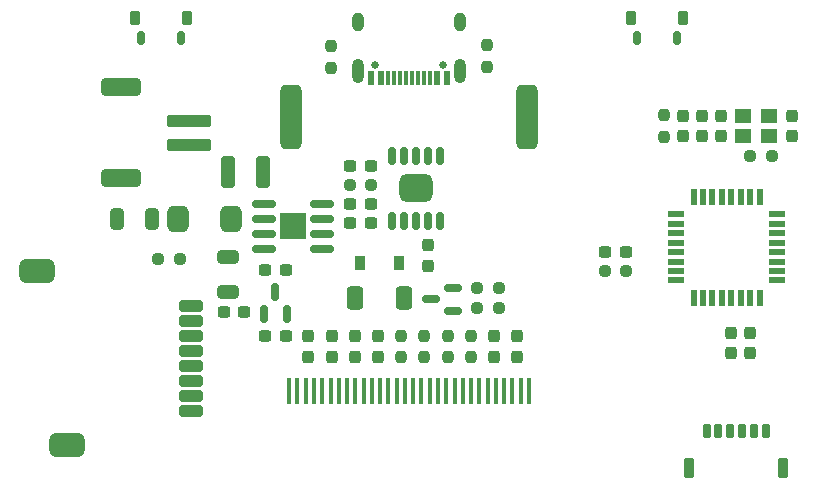
<source format=gbr>
%TF.GenerationSoftware,KiCad,Pcbnew,(6.0.5)*%
%TF.CreationDate,2023-01-30T15:53:00+08:00*%
%TF.ProjectId,Mini_Remoter,4d696e69-5f52-4656-9d6f-7465722e6b69,rev?*%
%TF.SameCoordinates,Original*%
%TF.FileFunction,Soldermask,Bot*%
%TF.FilePolarity,Negative*%
%FSLAX46Y46*%
G04 Gerber Fmt 4.6, Leading zero omitted, Abs format (unit mm)*
G04 Created by KiCad (PCBNEW (6.0.5)) date 2023-01-30 15:53:00*
%MOMM*%
%LPD*%
G01*
G04 APERTURE LIST*
G04 Aperture macros list*
%AMRoundRect*
0 Rectangle with rounded corners*
0 $1 Rounding radius*
0 $2 $3 $4 $5 $6 $7 $8 $9 X,Y pos of 4 corners*
0 Add a 4 corners polygon primitive as box body*
4,1,4,$2,$3,$4,$5,$6,$7,$8,$9,$2,$3,0*
0 Add four circle primitives for the rounded corners*
1,1,$1+$1,$2,$3*
1,1,$1+$1,$4,$5*
1,1,$1+$1,$6,$7*
1,1,$1+$1,$8,$9*
0 Add four rect primitives between the rounded corners*
20,1,$1+$1,$2,$3,$4,$5,0*
20,1,$1+$1,$4,$5,$6,$7,0*
20,1,$1+$1,$6,$7,$8,$9,0*
20,1,$1+$1,$8,$9,$2,$3,0*%
G04 Aperture macros list end*
%ADD10R,0.500000X1.400000*%
%ADD11R,1.400000X0.500000*%
%ADD12RoundRect,0.250000X0.325000X1.100000X-0.325000X1.100000X-0.325000X-1.100000X0.325000X-1.100000X0*%
%ADD13R,1.400000X1.200000*%
%ADD14C,0.650000*%
%ADD15O,1.000000X2.100000*%
%ADD16O,1.000000X1.600000*%
%ADD17R,0.600000X1.150000*%
%ADD18R,0.300000X1.150000*%
%ADD19RoundRect,0.600000X-0.800000X0.600000X-0.800000X-0.600000X0.800000X-0.600000X0.800000X0.600000X0*%
%ADD20RoundRect,0.150000X-0.150000X0.600000X-0.150000X-0.600000X0.150000X-0.600000X0.150000X0.600000X0*%
%ADD21RoundRect,0.500000X-1.000000X0.500000X-1.000000X-0.500000X1.000000X-0.500000X1.000000X0.500000X0*%
%ADD22RoundRect,0.250000X-0.750000X0.250000X-0.750000X-0.250000X0.750000X-0.250000X0.750000X0.250000X0*%
%ADD23R,2.300000X2.300000*%
%ADD24RoundRect,0.150000X0.825000X0.150000X-0.825000X0.150000X-0.825000X-0.150000X0.825000X-0.150000X0*%
%ADD25RoundRect,0.087500X-0.087500X-1.012500X0.087500X-1.012500X0.087500X1.012500X-0.087500X1.012500X0*%
%ADD26RoundRect,0.150000X0.150000X-0.587500X0.150000X0.587500X-0.150000X0.587500X-0.150000X-0.587500X0*%
%ADD27RoundRect,0.450000X-0.450000X-2.300000X0.450000X-2.300000X0.450000X2.300000X-0.450000X2.300000X0*%
%ADD28RoundRect,0.150000X0.150000X0.450000X-0.150000X0.450000X-0.150000X-0.450000X0.150000X-0.450000X0*%
%ADD29RoundRect,0.200000X0.200000X0.425000X-0.200000X0.425000X-0.200000X-0.425000X0.200000X-0.425000X0*%
%ADD30RoundRect,0.237500X0.250000X0.237500X-0.250000X0.237500X-0.250000X-0.237500X0.250000X-0.237500X0*%
%ADD31RoundRect,0.237500X-0.250000X-0.237500X0.250000X-0.237500X0.250000X0.237500X-0.250000X0.237500X0*%
%ADD32RoundRect,0.237500X0.237500X-0.250000X0.237500X0.250000X-0.237500X0.250000X-0.237500X-0.250000X0*%
%ADD33RoundRect,0.237500X-0.237500X0.250000X-0.237500X-0.250000X0.237500X-0.250000X0.237500X0.250000X0*%
%ADD34RoundRect,0.150000X0.587500X0.150000X-0.587500X0.150000X-0.587500X-0.150000X0.587500X-0.150000X0*%
%ADD35RoundRect,0.450000X0.450000X0.650000X-0.450000X0.650000X-0.450000X-0.650000X0.450000X-0.650000X0*%
%ADD36RoundRect,0.150000X0.150000X0.475000X-0.150000X0.475000X-0.150000X-0.475000X0.150000X-0.475000X0*%
%ADD37RoundRect,0.225000X0.225000X0.625000X-0.225000X0.625000X-0.225000X-0.625000X0.225000X-0.625000X0*%
%ADD38RoundRect,0.250000X-1.650000X0.250000X-1.650000X-0.250000X1.650000X-0.250000X1.650000X0.250000X0*%
%ADD39RoundRect,0.375000X-1.325000X0.375000X-1.325000X-0.375000X1.325000X-0.375000X1.325000X0.375000X0*%
%ADD40R,0.900000X1.200000*%
%ADD41RoundRect,0.237500X0.237500X-0.300000X0.237500X0.300000X-0.237500X0.300000X-0.237500X-0.300000X0*%
%ADD42RoundRect,0.237500X-0.300000X-0.237500X0.300000X-0.237500X0.300000X0.237500X-0.300000X0.237500X0*%
%ADD43RoundRect,0.237500X-0.237500X0.300000X-0.237500X-0.300000X0.237500X-0.300000X0.237500X0.300000X0*%
%ADD44RoundRect,0.250000X0.325000X0.650000X-0.325000X0.650000X-0.325000X-0.650000X0.325000X-0.650000X0*%
%ADD45RoundRect,0.250000X-0.650000X0.325000X-0.650000X-0.325000X0.650000X-0.325000X0.650000X0.325000X0*%
%ADD46RoundRect,0.237500X0.300000X0.237500X-0.300000X0.237500X-0.300000X-0.237500X0.300000X-0.237500X0*%
%ADD47RoundRect,0.350000X-0.350000X-0.650000X0.350000X-0.650000X0.350000X0.650000X-0.350000X0.650000X0*%
G04 APERTURE END LIST*
D10*
%TO.C,U5*%
X124300000Y-97900000D03*
X125100000Y-97900000D03*
X125900000Y-97900000D03*
X126700000Y-97900000D03*
X127500000Y-97900000D03*
X128300000Y-97900000D03*
X129100000Y-97900000D03*
X129900000Y-97900000D03*
D11*
X131400000Y-99400000D03*
X131400000Y-100200000D03*
X131400000Y-101000000D03*
X131400000Y-101800000D03*
X131400000Y-102600000D03*
X131400000Y-103400000D03*
X131400000Y-104200000D03*
X131400000Y-105000000D03*
D10*
X129900000Y-106500000D03*
X129100000Y-106500000D03*
X128300000Y-106500000D03*
X127500000Y-106500000D03*
X126700000Y-106500000D03*
X125900000Y-106500000D03*
X125100000Y-106500000D03*
X124300000Y-106500000D03*
D11*
X122800000Y-105000000D03*
X122800000Y-104200000D03*
X122800000Y-103400000D03*
X122800000Y-102600000D03*
X122800000Y-101800000D03*
X122800000Y-101000000D03*
X122800000Y-100200000D03*
X122800000Y-99400000D03*
%TD*%
D12*
%TO.C,C14*%
X84925000Y-95800000D03*
X87875000Y-95800000D03*
%TD*%
D13*
%TO.C,Y1*%
X130700000Y-91050000D03*
X128500000Y-91050000D03*
X128500000Y-92750000D03*
X130700000Y-92750000D03*
%TD*%
D14*
%TO.C,USB1*%
X103090000Y-86795000D03*
X97310000Y-86795000D03*
D15*
X95880000Y-87295000D03*
D16*
X95880000Y-83115000D03*
D15*
X104520000Y-87295000D03*
D16*
X104520000Y-83115000D03*
D17*
X97000000Y-87860000D03*
X97800000Y-87860000D03*
D18*
X98950000Y-87860000D03*
X99950000Y-87860000D03*
X100450000Y-87860000D03*
X98450000Y-87860000D03*
D17*
X103400000Y-87860000D03*
X102600000Y-87860000D03*
D18*
X101950000Y-87860000D03*
X100950000Y-87860000D03*
X99450000Y-87860000D03*
X101450000Y-87860000D03*
%TD*%
D19*
%TO.C,U6*%
X100800000Y-97200000D03*
D20*
X98800000Y-99950000D03*
X99800000Y-99950000D03*
X100800000Y-99950000D03*
X101800000Y-99950000D03*
X102800000Y-99950000D03*
X102800000Y-94450000D03*
X101800000Y-94450000D03*
X100800000Y-94450000D03*
X99800000Y-94450000D03*
X98800000Y-94450000D03*
%TD*%
D21*
%TO.C,U4*%
X68728000Y-104234000D03*
X71228000Y-118966000D03*
D22*
X81728000Y-116045000D03*
X81728000Y-114775000D03*
X81728000Y-113505000D03*
X81728000Y-112235000D03*
X81728000Y-110965000D03*
X81728000Y-109695000D03*
X81728000Y-108425000D03*
X81728000Y-107155000D03*
%TD*%
D23*
%TO.C,U3*%
X90400000Y-100400000D03*
D24*
X87925000Y-98495000D03*
X87925000Y-99765000D03*
X87925000Y-101035000D03*
X87925000Y-102305000D03*
X92875000Y-102305000D03*
X92875000Y-101035000D03*
X92875000Y-99765000D03*
X92875000Y-98495000D03*
%TD*%
D25*
%TO.C,U2*%
X90065000Y-114385000D03*
X90765000Y-114385000D03*
X91465000Y-114385000D03*
X92165000Y-114385000D03*
X92865000Y-114385000D03*
X93565000Y-114385000D03*
X94265000Y-114385000D03*
X94965000Y-114385000D03*
X95665000Y-114385000D03*
X96365000Y-114385000D03*
X97065000Y-114385000D03*
X97765000Y-114385000D03*
X98465000Y-114385000D03*
X99165000Y-114385000D03*
X99865000Y-114385000D03*
X100565000Y-114385000D03*
X101265000Y-114385000D03*
X101965000Y-114385000D03*
X102665000Y-114385000D03*
X103365000Y-114385000D03*
X104065000Y-114385000D03*
X104765000Y-114385000D03*
X105465000Y-114385000D03*
X106165000Y-114385000D03*
X106865000Y-114385000D03*
X107565000Y-114385000D03*
X108265000Y-114385000D03*
X108965000Y-114385000D03*
X109665000Y-114385000D03*
X110365000Y-114385000D03*
%TD*%
D26*
%TO.C,U1*%
X89850000Y-107837500D03*
X87950000Y-107837500D03*
X88900000Y-105962500D03*
%TD*%
D27*
%TO.C,SW5*%
X110215000Y-91185000D03*
X90215000Y-91185000D03*
%TD*%
D28*
%TO.C,SW2*%
X122915000Y-84485000D03*
X119515000Y-84485000D03*
D29*
X123415000Y-82810000D03*
X119015000Y-82810000D03*
%TD*%
D28*
%TO.C,SW1*%
X80915000Y-84485000D03*
X77515000Y-84485000D03*
D29*
X81415000Y-82810000D03*
X77015000Y-82810000D03*
%TD*%
D30*
%TO.C,R14*%
X116787500Y-104200000D03*
X118612500Y-104200000D03*
%TD*%
D31*
%TO.C,R13*%
X130925000Y-94500000D03*
X129100000Y-94500000D03*
%TD*%
D32*
%TO.C,R12*%
X106800000Y-86912500D03*
X106800000Y-85087500D03*
%TD*%
D33*
%TO.C,R11*%
X93600000Y-85187500D03*
X93600000Y-87012500D03*
%TD*%
D30*
%TO.C,R10*%
X107812500Y-107300000D03*
X105987500Y-107300000D03*
%TD*%
%TO.C,R9*%
X107812500Y-105600000D03*
X105987500Y-105600000D03*
%TD*%
D32*
%TO.C,R7*%
X121800000Y-90987500D03*
X121800000Y-92812500D03*
%TD*%
D31*
%TO.C,R6*%
X80812500Y-103200000D03*
X78987500Y-103200000D03*
%TD*%
D33*
%TO.C,R5*%
X101510555Y-109680500D03*
X101510555Y-111505500D03*
%TD*%
%TO.C,R4*%
X103472666Y-109680500D03*
X103472666Y-111505500D03*
%TD*%
%TO.C,R3*%
X105434777Y-109680500D03*
X105434777Y-111505500D03*
%TD*%
D30*
%TO.C,R2*%
X95187500Y-96900000D03*
X97012500Y-96900000D03*
%TD*%
D33*
%TO.C,R1*%
X99548444Y-109680500D03*
X99548444Y-111505500D03*
%TD*%
D34*
%TO.C,Q1*%
X103937500Y-105650000D03*
X103937500Y-107550000D03*
X102062500Y-106600000D03*
%TD*%
D35*
%TO.C,L1*%
X80650000Y-99800000D03*
X85150000Y-99800000D03*
%TD*%
D36*
%TO.C,J4*%
X130400000Y-117775000D03*
X129400000Y-117775000D03*
X128400000Y-117775000D03*
X127400000Y-117775000D03*
X126400000Y-117775000D03*
X125400000Y-117775000D03*
D37*
X123950000Y-120900000D03*
X131850000Y-120900000D03*
%TD*%
D38*
%TO.C,J1*%
X81550000Y-93500000D03*
X81550000Y-91500000D03*
D39*
X75850000Y-96350000D03*
X75850000Y-88650000D03*
%TD*%
D40*
%TO.C,D7*%
X96050000Y-103500000D03*
X99350000Y-103500000D03*
%TD*%
D41*
%TO.C,C26*%
X125000000Y-91037500D03*
X125000000Y-92762500D03*
%TD*%
%TO.C,C25*%
X132600000Y-91037500D03*
X132600000Y-92762500D03*
%TD*%
%TO.C,C24*%
X126600000Y-91037500D03*
X126600000Y-92762500D03*
%TD*%
%TO.C,C23*%
X123400000Y-91037500D03*
X123400000Y-92762500D03*
%TD*%
D42*
%TO.C,C22*%
X96962500Y-100100000D03*
X95237500Y-100100000D03*
%TD*%
D41*
%TO.C,C21*%
X101800000Y-102037500D03*
X101800000Y-103762500D03*
%TD*%
D43*
%TO.C,C20*%
X129100000Y-111162500D03*
X129100000Y-109437500D03*
%TD*%
D42*
%TO.C,C19*%
X118562500Y-102600000D03*
X116837500Y-102600000D03*
%TD*%
D41*
%TO.C,C18*%
X127500000Y-109437500D03*
X127500000Y-111162500D03*
%TD*%
D44*
%TO.C,C13*%
X75525000Y-99800000D03*
X78475000Y-99800000D03*
%TD*%
D43*
%TO.C,C12*%
X95624222Y-109730500D03*
X95624222Y-111455500D03*
%TD*%
D45*
%TO.C,C11*%
X84900000Y-105975000D03*
X84900000Y-103025000D03*
%TD*%
D43*
%TO.C,C10*%
X109359000Y-109730500D03*
X109359000Y-111455500D03*
%TD*%
%TO.C,C9*%
X107396888Y-109730500D03*
X107396888Y-111455500D03*
%TD*%
D42*
%TO.C,C8*%
X84537500Y-107700000D03*
X86262500Y-107700000D03*
%TD*%
D41*
%TO.C,C7*%
X93662111Y-111462500D03*
X93662111Y-109737500D03*
%TD*%
D42*
%TO.C,C6*%
X88037500Y-109700000D03*
X89762500Y-109700000D03*
%TD*%
D41*
%TO.C,C5*%
X91700000Y-111462500D03*
X91700000Y-109737500D03*
%TD*%
D46*
%TO.C,C4*%
X95237500Y-95300000D03*
X96962500Y-95300000D03*
%TD*%
D42*
%TO.C,C3*%
X96962500Y-98500000D03*
X95237500Y-98500000D03*
%TD*%
D41*
%TO.C,C2*%
X97586333Y-111455500D03*
X97586333Y-109730500D03*
%TD*%
D42*
%TO.C,C1*%
X88037500Y-104100000D03*
X89762500Y-104100000D03*
%TD*%
D47*
%TO.C,BZ1*%
X95600000Y-106500000D03*
X99800000Y-106500000D03*
%TD*%
M02*

</source>
